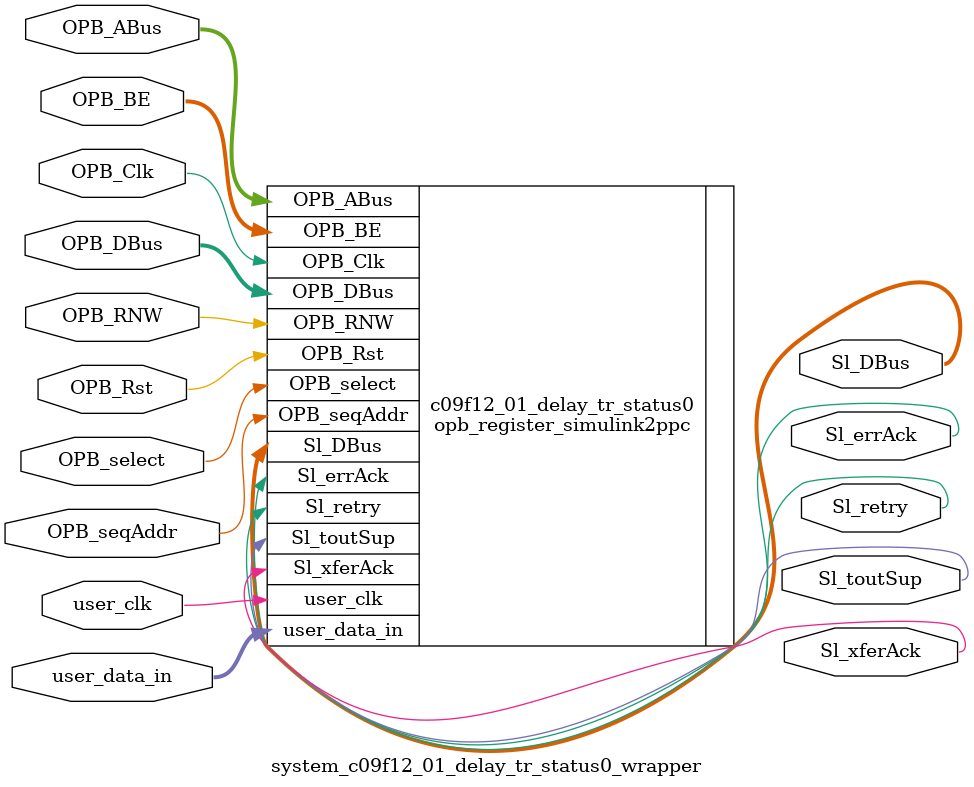
<source format=v>

module system_c09f12_01_delay_tr_status0_wrapper
  (
    OPB_Clk,
    OPB_Rst,
    Sl_DBus,
    Sl_errAck,
    Sl_retry,
    Sl_toutSup,
    Sl_xferAck,
    OPB_ABus,
    OPB_BE,
    OPB_DBus,
    OPB_RNW,
    OPB_select,
    OPB_seqAddr,
    user_data_in,
    user_clk
  );
  input OPB_Clk;
  input OPB_Rst;
  output [0:31] Sl_DBus;
  output Sl_errAck;
  output Sl_retry;
  output Sl_toutSup;
  output Sl_xferAck;
  input [0:31] OPB_ABus;
  input [0:3] OPB_BE;
  input [0:31] OPB_DBus;
  input OPB_RNW;
  input OPB_select;
  input OPB_seqAddr;
  input [31:0] user_data_in;
  input user_clk;

  opb_register_simulink2ppc
    #(
      .C_BASEADDR ( 32'h01080100 ),
      .C_HIGHADDR ( 32'h010801FF ),
      .C_OPB_AWIDTH ( 32 ),
      .C_OPB_DWIDTH ( 32 ),
      .C_FAMILY ( "virtex5" )
    )
    c09f12_01_delay_tr_status0 (
      .OPB_Clk ( OPB_Clk ),
      .OPB_Rst ( OPB_Rst ),
      .Sl_DBus ( Sl_DBus ),
      .Sl_errAck ( Sl_errAck ),
      .Sl_retry ( Sl_retry ),
      .Sl_toutSup ( Sl_toutSup ),
      .Sl_xferAck ( Sl_xferAck ),
      .OPB_ABus ( OPB_ABus ),
      .OPB_BE ( OPB_BE ),
      .OPB_DBus ( OPB_DBus ),
      .OPB_RNW ( OPB_RNW ),
      .OPB_select ( OPB_select ),
      .OPB_seqAddr ( OPB_seqAddr ),
      .user_data_in ( user_data_in ),
      .user_clk ( user_clk )
    );

endmodule


</source>
